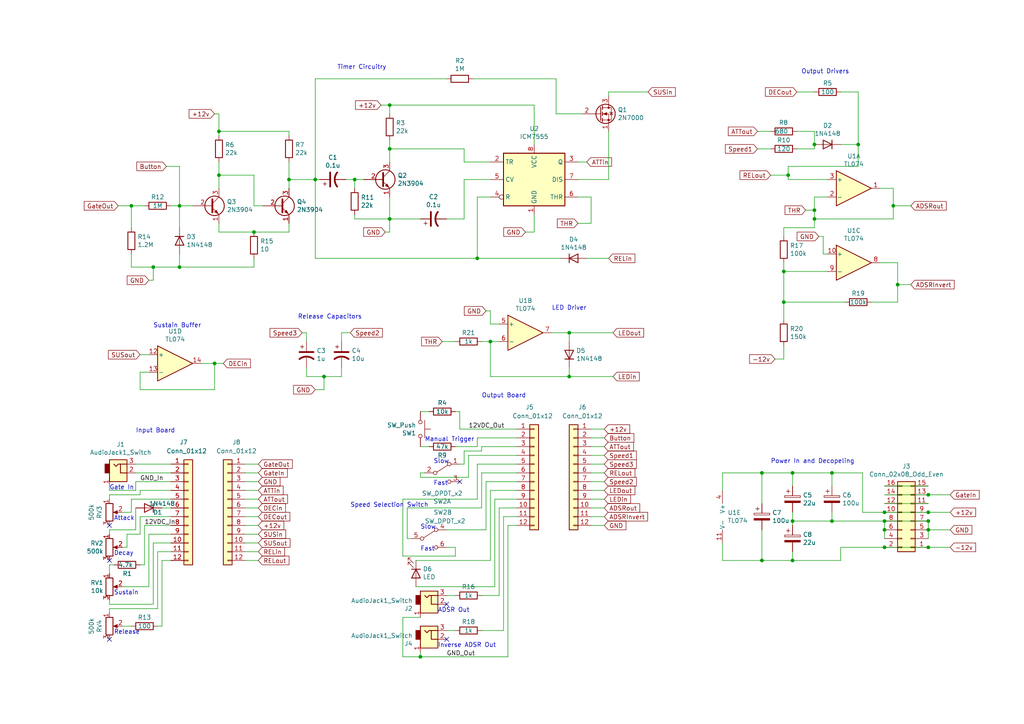
<source format=kicad_sch>
(kicad_sch (version 20250114) (generator "eeschema") (generator_version "9.0")
  (paper "A4")
  (lib_symbols
    (symbol "ADSR_Envelope-rescue:AudioJack1_Switch-Custom_Lib"
      (property "Reference" "J" (at 0 8.89 0))
      (property "Value" "AudioJack1_Switch-Custom_Lib" (at 0 6.35 0))
      (symbol "AudioJack1_Switch-Custom_Lib_1_1"
        (pin passive line (at -2.54 -3.81 90) (length 2.54) (name "~") (number "1"))
        (pin passive line (at 5.08 2.54 180) (length 2.54) (name "~") (number "3"))
        (pin passive line (at 5.08 0 180) (length 2.54) (name "~") (number "2"))
      )
    )
    (symbol "ADSR_Envelope-rescue:ICM7555-Timer"
      (property "Reference" "U" (at -10.16 8.89 0))
      (property "Value" "ICM7555-Timer" (at 2.54 8.89 0))
      (symbol "ICM7555-Timer_0_0"
        (pin power_in line (at 0 10.16 270) (length 2.54) (name "VCC") (number "8"))
        (pin power_in line (at 0 -10.16 90) (length 2.54) (name "GND") (number "1"))
      )
      (symbol "ICM7555-Timer_1_1"
        (pin input line (at -12.7 5.08 0) (length 3.81) (name "TR") (number "2"))
        (pin input line (at -12.7 0 0) (length 3.81) (name "CV") (number "5"))
        (pin input inverted (at -12.7 -5.08 0) (length 3.81) (name "R") (number "4"))
        (pin output line (at 12.7 5.08 180) (length 3.81) (name "Q") (number "3"))
        (pin input line (at 12.7 0 180) (length 3.81) (name "DIS") (number "7"))
        (pin input line (at 12.7 -5.08 180) (length 3.81) (name "THR") (number "6"))
      )
    )
    (symbol "Amplifier_Operational:TL074" (pin_names (offset 0.127))
      (property "Reference" "U" (at 0 5.08 0))
      (property "Value" "TL074" (at 0 -5.08 0))
      (symbol "TL074_1_1"
        (pin input line (at -7.62 2.54 0) (length 2.54) (name "+") (number "3"))
        (pin input line (at -7.62 -2.54 0) (length 2.54) (name "-") (number "2"))
        (pin output line (at 7.62 0 180) (length 2.54) (name "~") (number "1"))
      )
      (symbol "TL074_2_1"
        (pin input line (at -7.62 2.54 0) (length 2.54) (name "+") (number "5"))
        (pin input line (at -7.62 -2.54 0) (length 2.54) (name "-") (number "6"))
        (pin output line (at 7.62 0 180) (length 2.54) (name "~") (number "7"))
      )
      (symbol "TL074_3_1"
        (pin input line (at -7.62 2.54 0) (length 2.54) (name "+") (number "10"))
        (pin input line (at -7.62 -2.54 0) (length 2.54) (name "-") (number "9"))
        (pin output line (at 7.62 0 180) (length 2.54) (name "~") (number "8"))
      )
      (symbol "TL074_4_1"
        (pin input line (at -7.62 2.54 0) (length 2.54) (name "+") (number "12"))
        (pin input line (at -7.62 -2.54 0) (length 2.54) (name "-") (number "13"))
        (pin output line (at 7.62 0 180) (length 2.54) (name "~") (number "14"))
      )
      (symbol "TL074_5_1"
        (pin power_in line (at -2.54 7.62 270) (length 3.81) (name "V+") (number "4"))
        (pin power_in line (at -2.54 -7.62 90) (length 3.81) (name "V-") (number "11"))
      )
    )
    (symbol "Connector_Generic:Conn_01x12" (pin_names (offset 1.016) (hide yes))
      (property "Reference" "J" (at 0 15.24 0))
      (property "Value" "Conn_01x12" (at 0 -17.78 0))
      (symbol "Conn_01x12_1_1"
        (pin passive line (at -5.08 12.7 0) (length 3.81) (name "Pin_1") (number "1"))
        (pin passive line (at -5.08 10.16 0) (length 3.81) (name "Pin_2") (number "2"))
        (pin passive line (at -5.08 7.62 0) (length 3.81) (name "Pin_3") (number "3"))
        (pin passive line (at -5.08 5.08 0) (length 3.81) (name "Pin_4") (number "4"))
        (pin passive line (at -5.08 2.54 0) (length 3.81) (name "Pin_5") (number "5"))
        (pin passive line (at -5.08 0 0) (length 3.81) (name "Pin_6") (number "6"))
        (pin passive line (at -5.08 -2.54 0) (length 3.81) (name "Pin_7") (number "7"))
        (pin passive line (at -5.08 -5.08 0) (length 3.81) (name "Pin_8") (number "8"))
        (pin passive line (at -5.08 -7.62 0) (length 3.81) (name "Pin_9") (number "9"))
        (pin passive line (at -5.08 -10.16 0) (length 3.81) (name "Pin_10") (number "10"))
        (pin passive line (at -5.08 -12.7 0) (length 3.81) (name "Pin_11") (number "11"))
        (pin passive line (at -5.08 -15.24 0) (length 3.81) (name "Pin_12") (number "12"))
      )
    )
    (symbol "Connector_Generic:Conn_02x08_Odd_Even" (pin_names (offset 1.016) (hide yes))
      (property "Reference" "J" (at 1.27 10.16 0))
      (property "Value" "Conn_02x08_Odd_Even" (at 1.27 -12.7 0))
      (symbol "Conn_02x08_Odd_Even_1_1"
        (pin passive line (at -5.08 7.62 0) (length 3.81) (name "Pin_1") (number "1"))
        (pin passive line (at -5.08 5.08 0) (length 3.81) (name "Pin_3") (number "3"))
        (pin passive line (at -5.08 2.54 0) (length 3.81) (name "Pin_5") (number "5"))
        (pin passive line (at -5.08 0 0) (length 3.81) (name "Pin_7") (number "7"))
        (pin passive line (at -5.08 -2.54 0) (length 3.81) (name "Pin_9") (number "9"))
        (pin passive line (at -5.08 -5.08 0) (length 3.81) (name "Pin_11") (number "11"))
        (pin passive line (at -5.08 -7.62 0) (length 3.81) (name "Pin_13") (number "13"))
        (pin passive line (at -5.08 -10.16 0) (length 3.81) (name "Pin_15") (number "15"))
        (pin passive line (at 7.62 7.62 180) (length 3.81) (name "Pin_2") (number "2"))
        (pin passive line (at 7.62 5.08 180) (length 3.81) (name "Pin_4") (number "4"))
        (pin passive line (at 7.62 2.54 180) (length 3.81) (name "Pin_6") (number "6"))
        (pin passive line (at 7.62 0 180) (length 3.81) (name "Pin_8") (number "8"))
        (pin passive line (at 7.62 -2.54 180) (length 3.81) (name "Pin_10") (number "10"))
        (pin passive line (at 7.62 -5.08 180) (length 3.81) (name "Pin_12") (number "12"))
        (pin passive line (at 7.62 -7.62 180) (length 3.81) (name "Pin_14") (number "14"))
        (pin passive line (at 7.62 -10.16 180) (length 3.81) (name "Pin_16") (number "16"))
      )
    )
    (symbol "Device:CP" (pin_numbers (hide yes)) (pin_names (offset 0.254))
      (property "Reference" "C" (at 0.635 2.54 0))
      (property "Value" "Device_CP" (at 0.635 -2.54 0))
      (symbol "CP_1_1"
        (pin passive line (at 0 3.81 270) (length 2.794) (name "~") (number "1"))
        (pin passive line (at 0 -3.81 90) (length 2.794) (name "~") (number "2"))
      )
    )
    (symbol "Device:CP1" (pin_numbers (hide yes)) (pin_names (offset 0.254) (hide yes))
      (property "Reference" "C" (at 0.635 2.54 0))
      (property "Value" "Device_CP1" (at 0.635 -2.54 0))
      (symbol "CP1_1_1"
        (pin passive line (at 0 3.81 270) (length 2.794) (name "~") (number "1"))
        (pin passive line (at 0 -3.81 90) (length 3.302) (name "~") (number "2"))
      )
    )
    (symbol "Device:LED" (pin_numbers (hide yes)) (pin_names (offset 1.016) (hide yes))
      (property "Reference" "D" (at 0 2.54 0))
      (property "Value" "LED" (at 0 -2.54 0))
      (symbol "LED_1_1"
        (pin passive line (at -3.81 0 0) (length 2.54) (name "K") (number "1"))
        (pin passive line (at 3.81 0 180) (length 2.54) (name "A") (number "2"))
      )
    )
    (symbol "Device:R" (pin_numbers (hide yes)) (pin_names (offset 0))
      (property "Reference" "R" (at 2.032 0 90))
      (property "Value" "R" (at 0 0 90))
      (symbol "R_1_1"
        (pin passive line (at 0 3.81 270) (length 1.27) (name "~") (number "1"))
        (pin passive line (at 0 -3.81 90) (length 1.27) (name "~") (number "2"))
      )
    )
    (symbol "Device:R_POT" (pin_names (offset 1.016) (hide yes))
      (property "Reference" "RV" (at -4.445 0 90))
      (property "Value" "Device_R_POT" (at -2.54 0 90))
      (symbol "R_POT_1_1"
        (pin passive line (at 0 3.81 270) (length 1.27) (name "1") (number "1"))
        (pin passive line (at 0 -3.81 90) (length 1.27) (name "3") (number "3"))
        (pin passive line (at 3.81 0 180) (length 1.27) (name "2") (number "2"))
      )
    )
    (symbol "Diode:1N4148" (pin_numbers (hide yes)) (pin_names (offset 1.016) (hide yes))
      (property "Reference" "D" (at 0 2.54 0))
      (property "Value" "1N4148" (at 0 -2.54 0))
      (symbol "1N4148_1_1"
        (pin passive line (at -3.81 0 0) (length 2.54) (name "K") (number "1"))
        (pin passive line (at 3.81 0 180) (length 2.54) (name "A") (number "2"))
      )
    )
    (symbol "Switch:SW_DPDT_x2" (pin_names (offset 0) (hide yes))
      (property "Reference" "SW" (at 0 4.318 0))
      (property "Value" "SW_DPDT_x2" (at 0 -5.08 0))
      (symbol "SW_DPDT_x2_1_1"
        (pin passive line (at -5.08 0 0) (length 2.54) (name "B") (number "2"))
        (pin passive line (at 5.08 2.54 180) (length 2.54) (name "A") (number "1"))
        (pin passive line (at 5.08 -2.54 180) (length 2.54) (name "C") (number "3"))
      )
      (symbol "SW_DPDT_x2_2_1"
        (pin passive line (at -5.08 0 0) (length 2.54) (name "B") (number "5"))
        (pin passive line (at 5.08 2.54 180) (length 2.54) (name "A") (number "4"))
        (pin passive line (at 5.08 -2.54 180) (length 2.54) (name "C") (number "6"))
      )
    )
    (symbol "Switch:SW_Push" (pin_numbers (hide yes)) (pin_names (offset 1.016) (hide yes))
      (property "Reference" "SW" (at 1.27 2.54 0))
      (property "Value" "SW_Push" (at 0 -1.524 0))
      (symbol "SW_Push_0_1"
        (pin passive line (at -5.08 0 0) (length 2.54) (name "1") (number "1"))
        (pin passive line (at 5.08 0 180) (length 2.54) (name "2") (number "2"))
      )
    )
    (symbol "Transistor_BJT:2N3904" (pin_names (offset 0) (hide yes))
      (property "Reference" "Q" (at 5.08 1.905 0))
      (property "Value" "2N3904" (at 5.08 0 0))
      (symbol "2N3904_1_1"
        (pin passive line (at -5.08 0 0) (length 5.715) (name "B") (number "2"))
        (pin passive line (at 2.54 5.08 270) (length 2.54) (name "C") (number "3"))
        (pin passive line (at 2.54 -5.08 90) (length 2.54) (name "E") (number "1"))
      )
    )
    (symbol "Transistor_FET:2N7000" (pin_names (hide yes))
      (property "Reference" "Q" (at 5.08 1.905 0))
      (property "Value" "2N7000" (at 5.08 0 0))
      (symbol "2N7000_1_1"
        (pin input line (at -5.08 0 0) (length 2.54) (name "G") (number "2"))
        (pin passive line (at 2.54 5.08 270) (length 2.54) (name "D") (number "3"))
        (pin passive line (at 2.54 -5.08 90) (length 2.54) (name "S") (number "1"))
      )
    )
  )
  (text "ADSR Out" (at 127 177.8 0) (effects (font (size 1.27 1.27)) (justify left bottom)))
  (text "Slow" (at 125.73 134.62 0) (effects (font (size 1.27 1.27)) (justify left bottom)))
  (text "Manual Trigger" (at 123.19 128.27 0) (effects (font (size 1.27 1.27)) (justify left bottom)))
  (text "Gate In" (at 31.75 142.24 0) (effects (font (size 1.27 1.27)) (justify left bottom)))
  (text "Sustain Buffer\n" (at 44.45 95.25 0) (effects (font (size 1.27 1.27)) (justify left bottom)))
  (text "Attack" (at 33.02 151.13 0) (effects (font (size 1.27 1.27)) (justify left bottom)))
  (text "Speed Selection Switch" (at 101.6 147.32 0) (effects (font (size 1.27 1.27)) (justify left bottom)))
  (text "Decay" (at 33.02 161.29 0) (effects (font (size 1.27 1.27)) (justify left bottom)))
  (text "Timer Circuitry" (at 97.79 20.32 0) (effects (font (size 1.27 1.27)) (justify left bottom)))
  (text "LED Driver" (at 160.02 90.17 0) (effects (font (size 1.27 1.27)) (justify left bottom)))
  (text "Fast" (at 125.73 140.97 0) (effects (font (size 1.27 1.27)) (justify left bottom)))
  (text "Output Drivers\n" (at 232.41 21.59 0) (effects (font (size 1.27 1.27)) (justify left bottom)))
  (text "Inverse ADSR Out" (at 127 187.96 0) (effects (font (size 1.27 1.27)) (justify left bottom)))
  (text "Output Board\n" (at 139.7 115.57 0) (effects (font (size 1.27 1.27)) (justify left bottom)))
  (text "Input Board" (at 39.37 125.73 0) (effects (font (size 1.27 1.27)) (justify left bottom)))
  (text "Release Capacitors" (at 86.36 92.71 0) (effects (font (size 1.27 1.27)) (justify left bottom)))
  (text "Fast" (at 121.92 160.02 0) (effects (font (size 1.27 1.27)) (justify left bottom)))
  (text "Sustain\n" (at 33.02 172.72 0) (effects (font (size 1.27 1.27)) (justify left bottom)))
  (text "Release" (at 33.02 184.15 0) (effects (font (size 1.27 1.27)) (justify left bottom)))
  (text "Slow" (at 121.92 153.67 0) (effects (font (size 1.27 1.27)) (justify left bottom)))
  (text "Power In and Decopeling\n" (at 223.52 134.62 0) (effects (font (size 1.27 1.27)) (justify left bottom)))
  (junction (at 269.24 143.51))
  (junction (at 93.98 109.22))
  (junction (at 269.24 153.67))
  (junction (at 38.1 59.69))
  (junction (at 113.03 43.18))
  (junction (at 241.3 151.13))
  (junction (at 91.44 52.07))
  (junction (at 44.45 77.47))
  (junction (at 165.1 96.52))
  (junction (at 52.07 77.47))
  (junction (at 248.92 41.91))
  (junction (at 229.87 162.56))
  (junction (at 228.6 50.8))
  (junction (at 229.87 151.13))
  (junction (at 62.23 105.41))
  (junction (at 63.5 50.8))
  (junction (at 83.82 52.07))
  (junction (at 142.24 99.06))
  (junction (at 102.87 52.07))
  (junction (at 269.24 148.59))
  (junction (at 269.24 158.75))
  (junction (at 113.03 30.48))
  (junction (at 260.35 82.55))
  (junction (at 227.33 87.63))
  (junction (at 52.07 59.69))
  (junction (at 269.24 151.13))
  (junction (at 256.54 153.67))
  (junction (at 256.54 148.59))
  (junction (at 259.08 59.69))
  (junction (at 220.98 162.56))
  (junction (at 236.22 60.96))
  (junction (at 236.22 63.5))
  (junction (at 220.98 137.16))
  (junction (at 63.5 38.1))
  (junction (at 241.3 137.16))
  (junction (at 256.54 151.13))
  (junction (at 227.33 78.74))
  (junction (at 121.92 190.5))
  (junction (at 165.1 109.22))
  (junction (at 138.43 74.93))
  (junction (at 256.54 158.75))
  (junction (at 73.66 67.31))
  (junction (at 236.22 41.91))
  (junction (at 113.03 63.5))
  (junction (at 229.87 137.16))
  (no_connect (at 129.54 185.42))
  (no_connect (at 31.75 162.56))
  (no_connect (at 129.54 175.26))
  (no_connect (at 133.35 139.7))
  (no_connect (at 31.75 185.42))
  (no_connect (at 31.75 152.4))
  (wire (pts (xy 175.26 134.62) (xy 171.45 134.62)))
  (wire (pts (xy 93.98 113.03) (xy 93.98 109.22)))
  (wire (pts (xy 134.62 130.81) (xy 134.62 134.62)))
  (wire (pts (xy 91.44 52.07) (xy 83.82 52.07)))
  (wire (pts (xy 260.35 87.63) (xy 252.73 87.63)))
  (wire (pts (xy 227.33 92.71) (xy 227.33 87.63)))
  (wire (pts (xy 256.54 151.13) (xy 269.24 151.13)))
  (wire (pts (xy 175.26 144.78) (xy 171.45 144.78)))
  (wire (pts (xy 62.23 105.41) (xy 64.77 105.41)))
  (wire (pts (xy 62.23 105.41) (xy 58.42 105.41)))
  (wire (pts (xy 209.55 137.16) (xy 220.98 137.16)))
  (wire (pts (xy 236.22 66.04) (xy 236.22 63.5)))
  (wire (pts (xy 31.75 143.51) (xy 31.75 144.78)))
  (wire (pts (xy 264.16 82.55) (xy 260.35 82.55)))
  (wire (pts (xy 133.35 124.46) (xy 149.86 124.46)))
  (wire (pts (xy 121.92 137.16) (xy 123.19 137.16)))
  (wire (pts (xy 139.7 99.06) (xy 142.24 99.06)))
  (wire (pts (xy 144.78 147.32) (xy 144.78 172.72)))
  (wire (pts (xy 236.22 41.91) (xy 236.22 43.18)))
  (wire (pts (xy 49.53 162.56) (xy 46.99 162.56)))
  (wire (pts (xy 238.76 68.58) (xy 238.76 73.66)))
  (wire (pts (xy 43.18 107.95) (xy 40.64 107.95)))
  (wire (pts (xy 40.64 102.87) (xy 43.18 102.87)))
  (wire (pts (xy 223.52 50.8) (xy 228.6 50.8)))
  (wire (pts (xy 154.94 62.23) (xy 154.94 67.31)))
  (wire (pts (xy 142.24 57.15) (xy 138.43 57.15)))
  (wire (pts (xy 132.08 119.38) (xy 133.35 119.38)))
  (wire (pts (xy 74.93 154.94) (xy 71.12 154.94)))
  (wire (pts (xy 236.22 26.67) (xy 231.14 26.67)))
  (wire (pts (xy 63.5 39.37) (xy 63.5 38.1)))
  (wire (pts (xy 102.87 52.07) (xy 100.33 52.07)))
  (wire (pts (xy 243.84 41.91) (xy 248.92 41.91)))
  (wire (pts (xy 220.98 153.67) (xy 220.98 162.56)))
  (wire (pts (xy 241.3 137.16) (xy 250.19 137.16)))
  (wire (pts (xy 88.9 96.52) (xy 88.9 99.06)))
  (wire (pts (xy 154.94 67.31) (xy 152.4 67.31)))
  (wire (pts (xy 132.08 129.54) (xy 138.43 129.54)))
  (wire (pts (xy 83.82 67.31) (xy 83.82 64.77)))
  (wire (pts (xy 243.84 26.67) (xy 248.92 26.67)))
  (wire (pts (xy 46.99 147.32) (xy 49.53 147.32)))
  (wire (pts (xy 139.7 172.72) (xy 144.78 172.72)))
  (wire (pts (xy 36.83 154.94) (xy 36.83 158.75)))
  (wire (pts (xy 165.1 96.52) (xy 165.1 99.06)))
  (wire (pts (xy 113.03 30.48) (xy 110.49 30.48)))
  (wire (pts (xy 231.14 38.1) (xy 236.22 38.1)))
  (wire (pts (xy 167.64 52.07) (xy 176.53 52.07)))
  (wire (pts (xy 142.24 142.24) (xy 149.86 142.24)))
  (wire (pts (xy 227.33 87.63) (xy 245.11 87.63)))
  (wire (pts (xy 92.71 52.07) (xy 91.44 52.07)))
  (wire (pts (xy 139.7 137.16) (xy 139.7 147.32)))
  (wire (pts (xy 142.24 99.06) (xy 142.24 109.22)))
  (wire (pts (xy 255.27 76.2) (xy 260.35 76.2)))
  (wire (pts (xy 31.75 153.67) (xy 31.75 154.94)))
  (wire (pts (xy 99.06 96.52) (xy 99.06 99.06)))
  (wire (pts (xy 33.02 163.83) (xy 31.75 163.83)))
  (wire (pts (xy 170.18 46.99) (xy 167.64 46.99)))
  (wire (pts (xy 175.26 147.32) (xy 171.45 147.32)))
  (wire (pts (xy 236.22 43.18) (xy 231.14 43.18)))
  (wire (pts (xy 229.87 151.13) (xy 241.3 151.13)))
  (wire (pts (xy 121.92 190.5) (xy 121.92 189.23)))
  (wire (pts (xy 250.19 148.59) (xy 256.54 148.59)))
  (wire (pts (xy 175.26 152.4) (xy 171.45 152.4)))
  (wire (pts (xy 237.49 68.58) (xy 238.76 68.58)))
  (wire (pts (xy 63.5 64.77) (xy 63.5 67.31)))
  (wire (pts (xy 38.1 144.78) (xy 38.1 148.59)))
  (wire (pts (xy 31.75 163.83) (xy 31.75 166.37)))
  (wire (pts (xy 63.5 38.1) (xy 63.5 33.02)))
  (wire (pts (xy 83.82 46.99) (xy 83.82 52.07)))
  (wire (pts (xy 101.6 96.52) (xy 99.06 96.52)))
  (wire (pts (xy 175.26 132.08) (xy 171.45 132.08)))
  (wire (pts (xy 236.22 60.96) (xy 236.22 63.5)))
  (wire (pts (xy 74.93 142.24) (xy 71.12 142.24)))
  (wire (pts (xy 227.33 104.14) (xy 227.33 100.33)))
  (wire (pts (xy 243.84 162.56) (xy 229.87 162.56)))
  (wire (pts (xy 138.43 134.62) (xy 138.43 144.78)))
  (wire (pts (xy 46.99 181.61) (xy 45.72 181.61)))
  (wire (pts (xy 74.93 147.32) (xy 71.12 147.32)))
  (wire (pts (xy 269.24 151.13) (xy 269.24 153.67)))
  (wire (pts (xy 49.53 142.24) (xy 40.64 142.24)))
  (wire (pts (xy 39.37 142.24) (xy 31.75 142.24)))
  (wire (pts (xy 38.1 59.69) (xy 41.91 59.69)))
  (wire (pts (xy 88.9 109.22) (xy 93.98 109.22)))
  (wire (pts (xy 63.5 33.02) (xy 62.23 33.02)))
  (wire (pts (xy 49.53 139.7) (xy 39.37 139.7)))
  (wire (pts (xy 102.87 62.23) (xy 102.87 63.5)))
  (wire (pts (xy 269.24 153.67) (xy 269.24 156.21)))
  (wire (pts (xy 147.32 190.5) (xy 121.92 190.5)))
  (wire (pts (xy 147.32 152.4) (xy 147.32 190.5)))
  (wire (pts (xy 161.29 22.86) (xy 137.16 22.86)))
  (wire (pts (xy 160.02 96.52) (xy 165.1 96.52)))
  (wire (pts (xy 256.54 146.05) (xy 269.24 146.05)))
  (wire (pts (xy 259.08 63.5) (xy 259.08 59.69)))
  (wire (pts (xy 269.24 143.51) (xy 256.54 143.51)))
  (wire (pts (xy 146.05 149.86) (xy 146.05 182.88)))
  (wire (pts (xy 142.24 46.99) (xy 134.62 46.99)))
  (wire (pts (xy 143.51 170.18) (xy 120.65 170.18)))
  (wire (pts (xy 275.59 148.59) (xy 269.24 148.59)))
  (wire (pts (xy 40.64 107.95) (xy 40.64 113.03)))
  (wire (pts (xy 48.26 48.26) (xy 52.07 48.26)))
  (wire (pts (xy 224.79 104.14) (xy 227.33 104.14)))
  (wire (pts (xy 91.44 52.07) (xy 91.44 74.93)))
  (wire (pts (xy 236.22 57.15) (xy 236.22 60.96)))
  (wire (pts (xy 113.03 67.31) (xy 111.76 67.31)))
  (wire (pts (xy 168.91 33.02) (xy 161.29 33.02)))
  (wire (pts (xy 132.08 158.75) (xy 129.54 158.75)))
  (wire (pts (xy 236.22 38.1) (xy 236.22 41.91)))
  (wire (pts (xy 121.92 179.07) (xy 116.84 179.07)))
  (wire (pts (xy 49.53 134.62) (xy 39.37 134.62)))
  (wire (pts (xy 140.97 139.7) (xy 140.97 153.67)))
  (wire (pts (xy 138.43 144.78) (xy 116.84 144.78)))
  (wire (pts (xy 49.53 137.16) (xy 39.37 137.16)))
  (wire (pts (xy 87.63 96.52) (xy 88.9 96.52)))
  (wire (pts (xy 227.33 87.63) (xy 227.33 78.74)))
  (wire (pts (xy 35.56 181.61) (xy 38.1 181.61)))
  (wire (pts (xy 132.08 161.29) (xy 132.08 158.75)))
  (wire (pts (xy 149.86 139.7) (xy 140.97 139.7)))
  (wire (pts (xy 227.33 76.2) (xy 227.33 78.74)))
  (wire (pts (xy 49.53 157.48) (xy 44.45 157.48)))
  (wire (pts (xy 175.26 127) (xy 171.45 127)))
  (wire (pts (xy 88.9 106.68) (xy 88.9 109.22)))
  (wire (pts (xy 256.54 148.59) (xy 269.24 148.59)))
  (wire (pts (xy 149.86 137.16) (xy 139.7 137.16)))
  (wire (pts (xy 240.03 57.15) (xy 236.22 57.15)))
  (wire (pts (xy 45.72 160.02) (xy 49.53 160.02)))
  (wire (pts (xy 129.54 22.86) (xy 91.44 22.86)))
  (wire (pts (xy 113.03 63.5) (xy 121.92 63.5)))
  (wire (pts (xy 142.24 90.17) (xy 140.97 90.17)))
  (wire (pts (xy 134.62 134.62) (xy 133.35 134.62)))
  (wire (pts (xy 38.1 66.04) (xy 38.1 59.69)))
  (wire (pts (xy 175.26 149.86) (xy 171.45 149.86)))
  (wire (pts (xy 40.64 143.51) (xy 31.75 143.51)))
  (wire (pts (xy 113.03 43.18) (xy 113.03 46.99)))
  (wire (pts (xy 41.91 163.83) (xy 40.64 163.83)))
  (wire (pts (xy 73.66 50.8) (xy 73.66 59.69)))
  (wire (pts (xy 74.93 134.62) (xy 71.12 134.62)))
  (wire (pts (xy 63.5 50.8) (xy 63.5 54.61)))
  (wire (pts (xy 143.51 144.78) (xy 149.86 144.78)))
  (wire (pts (xy 177.8 109.22) (xy 165.1 109.22)))
  (wire (pts (xy 220.98 146.05) (xy 220.98 137.16)))
  (wire (pts (xy 248.92 26.67) (xy 248.92 41.91)))
  (wire (pts (xy 142.24 109.22) (xy 165.1 109.22)))
  (wire (pts (xy 269.24 158.75) (xy 256.54 158.75)))
  (wire (pts (xy 49.53 59.69) (xy 52.07 59.69)))
  (wire (pts (xy 275.59 153.67) (xy 269.24 153.67)))
  (wire (pts (xy 256.54 140.97) (xy 269.24 140.97)))
  (wire (pts (xy 175.26 124.46) (xy 171.45 124.46)))
  (wire (pts (xy 40.64 154.94) (xy 36.83 154.94)))
  (wire (pts (xy 229.87 148.59) (xy 229.87 151.13)))
  (wire (pts (xy 73.66 77.47) (xy 52.07 77.47)))
  (wire (pts (xy 171.45 64.77) (xy 167.64 64.77)))
  (wire (pts (xy 40.64 113.03) (xy 62.23 113.03)))
  (wire (pts (xy 31.75 142.24) (xy 31.75 140.97)))
  (wire (pts (xy 49.53 144.78) (xy 38.1 144.78)))
  (wire (pts (xy 138.43 57.15) (xy 138.43 74.93)))
  (wire (pts (xy 133.35 119.38) (xy 133.35 124.46)))
  (wire (pts (xy 113.03 40.64) (xy 113.03 43.18)))
  (wire (pts (xy 256.54 156.21) (xy 256.54 153.67)))
  (wire (pts (xy 175.26 139.7) (xy 171.45 139.7)))
  (wire (pts (xy 238.76 73.66) (xy 240.03 73.66)))
  (wire (pts (xy 275.59 143.51) (xy 269.24 143.51)))
  (wire (pts (xy 149.86 147.32) (xy 144.78 147.32)))
  (wire (pts (xy 118.11 147.32) (xy 139.7 147.32)))
  (wire (pts (xy 121.92 138.43) (xy 135.89 138.43)))
  (wire (pts (xy 236.22 60.96) (xy 233.68 60.96)))
  (wire (pts (xy 63.5 46.99) (xy 63.5 50.8)))
  (wire (pts (xy 118.11 147.32) (xy 118.11 156.21)))
  (wire (pts (xy 142.24 99.06) (xy 144.78 99.06)))
  (wire (pts (xy 138.43 129.54) (xy 138.43 127)))
  (wire (pts (xy 63.5 50.8) (xy 73.66 50.8)))
  (wire (pts (xy 73.66 67.31) (xy 83.82 67.31)))
  (wire (pts (xy 83.82 52.07) (xy 83.82 54.61)))
  (wire (pts (xy 146.05 149.86) (xy 149.86 149.86)))
  (wire (pts (xy 74.93 162.56) (xy 71.12 162.56)))
  (wire (pts (xy 176.53 27.94) (xy 176.53 26.67)))
  (wire (pts (xy 143.51 144.78) (xy 143.51 170.18)))
  (wire (pts (xy 40.64 142.24) (xy 40.64 143.51)))
  (wire (pts (xy 134.62 52.07) (xy 142.24 52.07)))
  (wire (pts (xy 228.6 50.8) (xy 228.6 52.07)))
  (wire (pts (xy 38.1 148.59) (xy 35.56 148.59)))
  (wire (pts (xy 71.12 149.86) (xy 74.93 149.86)))
  (wire (pts (xy 176.53 38.1) (xy 176.53 52.07)))
  (wire (pts (xy 113.03 63.5) (xy 113.03 57.15)))
  (wire (pts (xy 134.62 63.5) (xy 134.62 52.07)))
  (wire (pts (xy 62.23 113.03) (xy 62.23 105.41)))
  (wire (pts (xy 134.62 46.99) (xy 134.62 43.18)))
  (wire (pts (xy 99.06 109.22) (xy 99.06 106.68)))
  (wire (pts (xy 229.87 137.16) (xy 229.87 140.97)))
  (wire (pts (xy 248.92 48.26) (xy 228.6 48.26)))
  (wire (pts (xy 44.45 157.48) (xy 44.45 175.26)))
  (wire (pts (xy 44.45 77.47) (xy 38.1 77.47)))
  (wire (pts (xy 175.26 137.16) (xy 171.45 137.16)))
  (wire (pts (xy 39.37 147.32) (xy 39.37 153.67)))
  (wire (pts (xy 71.12 144.78) (xy 74.93 144.78)))
  (wire (pts (xy 260.35 82.55) (xy 260.35 87.63)))
  (wire (pts (xy 228.6 52.07) (xy 240.03 52.07)))
  (wire (pts (xy 31.75 176.53) (xy 45.72 176.53)))
  (wire (pts (xy 52.07 59.69) (xy 55.88 59.69)))
  (wire (pts (xy 165.1 109.22) (xy 165.1 106.68)))
  (wire (pts (xy 91.44 113.03) (xy 93.98 113.03)))
  (wire (pts (xy 129.54 63.5) (xy 134.62 63.5)))
  (wire (pts (xy 121.92 119.38) (xy 124.46 119.38)))
  (wire (pts (xy 52.07 77.47) (xy 44.45 77.47)))
  (wire (pts (xy 120.65 162.56) (xy 142.24 162.56)))
  (wire (pts (xy 138.43 127) (xy 149.86 127)))
  (wire (pts (xy 227.33 78.74) (xy 240.03 78.74)))
  (wire (pts (xy 132.08 172.72) (xy 129.54 172.72)))
  (wire (pts (xy 149.86 152.4) (xy 147.32 152.4)))
  (wire (pts (xy 260.35 76.2) (xy 260.35 82.55)))
  (wire (pts (xy 149.86 132.08) (xy 135.89 132.08)))
  (wire (pts (xy 154.94 30.48) (xy 154.94 41.91)))
  (wire (pts (xy 52.07 73.66) (xy 52.07 77.47)))
  (wire (pts (xy 220.98 137.16) (xy 229.87 137.16)))
  (wire (pts (xy 116.84 190.5) (xy 121.92 190.5)))
  (wire (pts (xy 165.1 96.52) (xy 177.8 96.52)))
  (wire (pts (xy 259.08 54.61) (xy 255.27 54.61)))
  (wire (pts (xy 223.52 43.18) (xy 219.71 43.18)))
  (wire (pts (xy 113.03 63.5) (xy 113.03 67.31)))
  (wire (pts (xy 35.56 170.18) (xy 43.18 170.18)))
  (wire (pts (xy 41.91 152.4) (xy 41.91 163.83)))
  (wire (pts (xy 52.07 48.26) (xy 52.07 59.69)))
  (wire (pts (xy 49.53 152.4) (xy 41.91 152.4)))
  (wire (pts (xy 139.7 182.88) (xy 146.05 182.88)))
  (wire (pts (xy 161.29 33.02) (xy 161.29 22.86)))
  (wire (pts (xy 132.08 182.88) (xy 129.54 182.88)))
  (wire (pts (xy 229.87 151.13) (xy 229.87 152.4)))
  (wire (pts (xy 142.24 93.98) (xy 142.24 90.17)))
  (wire (pts (xy 91.44 22.86) (xy 91.44 52.07)))
  (wire (pts (xy 74.93 137.16) (xy 71.12 137.16)))
  (wire (pts (xy 49.53 149.86) (xy 40.64 149.86)))
  (wire (pts (xy 39.37 139.7) (xy 39.37 142.24)))
  (wire (pts (xy 162.56 74.93) (xy 138.43 74.93)))
  (wire (pts (xy 46.99 162.56) (xy 46.99 181.61)))
  (wire (pts (xy 39.37 153.67) (xy 31.75 153.67)))
  (wire (pts (xy 124.46 129.54) (xy 121.92 129.54)))
  (wire (pts (xy 241.3 140.97) (xy 241.3 137.16)))
  (wire (pts (xy 229.87 162.56) (xy 229.87 160.02)))
  (wire (pts (xy 40.64 149.86) (xy 40.64 154.94)))
  (wire (pts (xy 118.11 156.21) (xy 119.38 156.21)))
  (wire (pts (xy 105.41 52.07) (xy 102.87 52.07)))
  (wire (pts (xy 229.87 162.56) (xy 220.98 162.56)))
  (wire (pts (xy 113.03 30.48) (xy 154.94 30.48)))
  (wire (pts (xy 134.62 43.18) (xy 113.03 43.18)))
  (wire (pts (xy 259.08 59.69) (xy 259.08 54.61)))
  (wire (pts (xy 250.19 137.16) (xy 250.19 148.59)))
  (wire (pts (xy 171.45 57.15) (xy 171.45 64.77)))
  (wire (pts (xy 241.3 148.59) (xy 241.3 151.13)))
  (wire (pts (xy 49.53 154.94) (xy 43.18 154.94)))
  (wire (pts (xy 167.64 57.15) (xy 171.45 57.15)))
  (wire (pts (xy 129.54 153.67) (xy 140.97 153.67)))
  (wire (pts (xy 243.84 158.75) (xy 243.84 162.56)))
  (wire (pts (xy 128.27 99.06) (xy 132.08 99.06)))
  (wire (pts (xy 116.84 161.29) (xy 132.08 161.29)))
  (wire (pts (xy 139.7 130.81) (xy 134.62 130.81)))
  (wire (pts (xy 228.6 48.26) (xy 228.6 50.8)))
  (wire (pts (xy 229.87 137.16) (xy 241.3 137.16)))
  (wire (pts (xy 175.26 129.54) (xy 171.45 129.54)))
  (wire (pts (xy 43.18 154.94) (xy 43.18 170.18)))
  (wire (pts (xy 102.87 54.61) (xy 102.87 52.07)))
  (wire (pts (xy 31.75 177.8) (xy 31.75 176.53)))
  (wire (pts (xy 34.29 59.69) (xy 38.1 59.69)))
  (wire (pts (xy 219.71 38.1) (xy 223.52 38.1)))
  (wire (pts (xy 256.54 153.67) (xy 256.54 151.13)))
  (wire (pts (xy 256.54 158.75) (xy 243.84 158.75)))
  (wire (pts (xy 135.89 132.08) (xy 135.89 138.43)))
  (wire (pts (xy 236.22 63.5) (xy 259.08 63.5)))
  (wire (pts (xy 36.83 158.75) (xy 35.56 158.75)))
  (wire (pts (xy 227.33 68.58) (xy 227.33 66.04)))
  (wire (pts (xy 116.84 179.07) (xy 116.84 190.5)))
  (wire (pts (xy 44.45 81.28) (xy 43.18 81.28)))
  (wire (pts (xy 73.66 74.93) (xy 73.66 77.47)))
  (wire (pts (xy 74.93 160.02) (xy 71.12 160.02)))
  (wire (pts (xy 209.55 142.24) (xy 209.55 137.16)))
  (wire (pts (xy 63.5 38.1) (xy 83.82 38.1)))
  (wire (pts (xy 144.78 93.98) (xy 142.24 93.98)))
  (wire (pts (xy 142.24 142.24) (xy 142.24 162.56)))
  (wire (pts (xy 74.93 139.7) (xy 71.12 139.7)))
  (wire (pts (xy 31.75 173.99) (xy 31.75 175.26)))
  (wire (pts (xy 73.66 59.69) (xy 76.2 59.69)))
  (wire (pts (xy 149.86 134.62) (xy 138.43 134.62)))
  (wire (pts (xy 209.55 162.56) (xy 209.55 157.48)))
  (wire (pts (xy 149.86 129.54) (xy 139.7 129.54)))
  (wire (pts (xy 139.7 129.54) (xy 139.7 130.81)))
  (wire (pts (xy 74.93 152.4) (xy 71.12 152.4)))
  (wire (pts (xy 31.75 175.26) (xy 44.45 175.26)))
  (wire (pts (xy 241.3 151.13) (xy 256.54 151.13)))
  (wire (pts (xy 93.98 109.22) (xy 99.06 109.22)))
  (wire (pts (xy 264.16 59.69) (xy 259.08 59.69)))
  (wire (pts (xy 38.1 73.66) (xy 38.1 77.47)))
  (wire (pts (xy 248.92 41.91) (xy 248.92 48.26)))
  (wire (pts (xy 74.93 157.48) (xy 71.12 157.48)))
  (wire (pts (xy 175.26 142.24) (xy 171.45 142.24)))
  (wire (pts (xy 275.59 158.75) (xy 269.24 158.75)))
  (wire (pts (xy 176.53 74.93) (xy 170.18 74.93)))
  (wire (pts (xy 176.53 26.67) (xy 187.96 26.67)))
  (wire (pts (xy 121.92 137.16) (xy 121.92 138.43)))
  (wire (pts (xy 45.72 176.53) (xy 45.72 160.02)))
  (wire (pts (xy 113.03 33.02) (xy 113.03 30.48)))
  (wire (pts (xy 83.82 38.1) (xy 83.82 39.37)))
  (wire (pts (xy 220.98 162.56) (xy 209.55 162.56)))
  (wire (pts (xy 91.44 74.93) (xy 138.43 74.93)))
  (wire (pts (xy 116.84 144.78) (xy 116.84 161.29)))
  (wire (pts (xy 44.45 77.47) (xy 44.45 81.28)))
  (wire (pts (xy 102.87 63.5) (xy 113.03 63.5)))
  (wire (pts (xy 52.07 66.04) (xy 52.07 59.69)))
  (wire (pts (xy 63.5 67.31) (xy 73.66 67.31)))
  (wire (pts (xy 227.33 66.04) (xy 236.22 66.04)))
  (label "GND_In" (at 40.64 139.7 0))
  (label "12VDC_Out" (at 135.89 124.46 0))
  (label "GND_Out" (at 129.54 190.5 0))
  (label "12VDC_In" (at 41.91 152.4 0))
  (global_label "GateIn" (shape input) (at 275.59 143.51 0) (property "Intersheetrefs" "${INTERSHEET_REFS}" (effects (hide yes))))
  (global_label "SUSout" (shape input) (at 40.64 102.87 180) (property "Intersheetrefs" "${INTERSHEET_REFS}" (effects (hide yes))))
  (global_label "Button" (shape input) (at 175.26 127 0) (property "Intersheetrefs" "${INTERSHEET_REFS}" (effects (hide yes))))
  (global_label "+12v" (shape input) (at 74.93 152.4 0) (property "Intersheetrefs" "${INTERSHEET_REFS}" (effects (hide yes))))
  (global_label "ATTin" (shape input) (at 74.93 142.24 0) (property "Intersheetrefs" "${INTERSHEET_REFS}" (effects (hide yes))))
  (global_label "GND" (shape input) (at 275.59 153.67 0) (property "Intersheetrefs" "${INTERSHEET_REFS}" (effects (hide yes))))
  (global_label "DECout" (shape input) (at 74.93 149.86 0) (property "Intersheetrefs" "${INTERSHEET_REFS}" (effects (hide yes))))
  (global_label "ATTout" (shape input) (at 219.71 38.1 180) (property "Intersheetrefs" "${INTERSHEET_REFS}" (effects (hide yes))))
  (global_label "GND" (shape input) (at 237.49 68.58 180) (property "Intersheetrefs" "${INTERSHEET_REFS}" (effects (hide yes))))
  (global_label "THR" (shape input) (at 128.27 99.06 180) (property "Intersheetrefs" "${INTERSHEET_REFS}" (effects (hide yes))))
  (global_label "-12v" (shape input) (at 224.79 104.14 180) (property "Intersheetrefs" "${INTERSHEET_REFS}" (effects (hide yes))))
  (global_label "+12v" (shape input) (at 62.23 33.02 180) (property "Intersheetrefs" "${INTERSHEET_REFS}" (effects (hide yes))))
  (global_label "+12v" (shape input) (at 110.49 30.48 180) (property "Intersheetrefs" "${INTERSHEET_REFS}" (effects (hide yes))))
  (global_label "ADSRInvert" (shape input) (at 264.16 82.55 0) (property "Intersheetrefs" "${INTERSHEET_REFS}" (effects (hide yes))))
  (global_label "+12v" (shape input) (at 275.59 148.59 0) (property "Intersheetrefs" "${INTERSHEET_REFS}" (effects (hide yes))))
  (global_label "GND" (shape input) (at 152.4 67.31 180) (property "Intersheetrefs" "${INTERSHEET_REFS}" (effects (hide yes))))
  (global_label "RELout" (shape input) (at 74.93 162.56 0) (property "Intersheetrefs" "${INTERSHEET_REFS}" (effects (hide yes))))
  (global_label "GND" (shape input) (at 74.93 139.7 0) (property "Intersheetrefs" "${INTERSHEET_REFS}" (effects (hide yes))))
  (global_label "LEDin" (shape input) (at 177.8 109.22 0) (property "Intersheetrefs" "${INTERSHEET_REFS}" (effects (hide yes))))
  (global_label "RELin" (shape input) (at 176.53 74.93 0) (property "Intersheetrefs" "${INTERSHEET_REFS}" (effects (hide yes))))
  (global_label "LEDin" (shape input) (at 175.26 144.78 0) (property "Intersheetrefs" "${INTERSHEET_REFS}" (effects (hide yes))))
  (global_label "GND" (shape input) (at 175.26 152.4 0) (property "Intersheetrefs" "${INTERSHEET_REFS}" (effects (hide yes))))
  (global_label "GND" (shape input) (at 91.44 113.03 180) (property "Intersheetrefs" "${INTERSHEET_REFS}" (effects (hide yes))))
  (global_label "Speed2" (shape input) (at 175.26 139.7 0) (property "Intersheetrefs" "${INTERSHEET_REFS}" (effects (hide yes))))
  (global_label "THR" (shape input) (at 233.68 60.96 180) (property "Intersheetrefs" "${INTERSHEET_REFS}" (effects (hide yes))))
  (global_label "DECout" (shape input) (at 231.14 26.67 180) (property "Intersheetrefs" "${INTERSHEET_REFS}" (effects (hide yes))))
  (global_label "ADSRInvert" (shape input) (at 175.26 149.86 0) (property "Intersheetrefs" "${INTERSHEET_REFS}" (effects (hide yes))))
  (global_label "Speed3" (shape input) (at 87.63 96.52 180) (property "Intersheetrefs" "${INTERSHEET_REFS}" (effects (hide yes))))
  (global_label "LEDout" (shape input) (at 175.26 142.24 0) (property "Intersheetrefs" "${INTERSHEET_REFS}" (effects (hide yes))))
  (global_label "-12v" (shape input) (at 275.59 158.75 0) (property "Intersheetrefs" "${INTERSHEET_REFS}" (effects (hide yes))))
  (global_label "ATTin" (shape input) (at 170.18 46.99 0) (property "Intersheetrefs" "${INTERSHEET_REFS}" (effects (hide yes))))
  (global_label "LEDout" (shape input) (at 177.8 96.52 0) (property "Intersheetrefs" "${INTERSHEET_REFS}" (effects (hide yes))))
  (global_label "RELout" (shape input) (at 175.26 137.16 0) (property "Intersheetrefs" "${INTERSHEET_REFS}" (effects (hide yes))))
  (global_label "GND" (shape input) (at 140.97 90.17 180) (property "Intersheetrefs" "${INTERSHEET_REFS}" (effects (hide yes))))
  (global_label "GateIn" (shape input) (at 74.93 137.16 0) (property "Intersheetrefs" "${INTERSHEET_REFS}" (effects (hide yes))))
  (global_label "GateOut" (shape input) (at 74.93 134.62 0) (property "Intersheetrefs" "${INTERSHEET_REFS}" (effects (hide yes))))
  (global_label "RELin" (shape input) (at 74.93 160.02 0) (property "Intersheetrefs" "${INTERSHEET_REFS}" (effects (hide yes))))
  (global_label "DECin" (shape input) (at 74.93 147.32 0) (property "Intersheetrefs" "${INTERSHEET_REFS}" (effects (hide yes))))
  (global_label "GND" (shape input) (at 43.18 81.28 180) (property "Intersheetrefs" "${INTERSHEET_REFS}" (effects (hide yes))))
  (global_label "GND" (shape input) (at 111.76 67.31 180) (property "Intersheetrefs" "${INTERSHEET_REFS}" (effects (hide yes))))
  (global_label "Speed3" (shape input) (at 175.26 134.62 0) (property "Intersheetrefs" "${INTERSHEET_REFS}" (effects (hide yes))))
  (global_label "ATTout" (shape input) (at 74.93 144.78 0) (property "Intersheetrefs" "${INTERSHEET_REFS}" (effects (hide yes))))
  (global_label "DECin" (shape input) (at 64.77 105.41 0) (property "Intersheetrefs" "${INTERSHEET_REFS}" (effects (hide yes))))
  (global_label "SUSin" (shape input) (at 74.93 154.94 0) (property "Intersheetrefs" "${INTERSHEET_REFS}" (effects (hide yes))))
  (global_label "SUSout" (shape input) (at 74.93 157.48 0) (property "Intersheetrefs" "${INTERSHEET_REFS}" (effects (hide yes))))
  (global_label "ATTout" (shape input) (at 175.26 129.54 0) (property "Intersheetrefs" "${INTERSHEET_REFS}" (effects (hide yes))))
  (global_label "ADSRout" (shape input) (at 264.16 59.69 0) (property "Intersheetrefs" "${INTERSHEET_REFS}" (effects (hide yes))))
  (global_label "Speed1" (shape input) (at 219.71 43.18 180) (property "Intersheetrefs" "${INTERSHEET_REFS}" (effects (hide yes))))
  (global_label "+12v" (shape input) (at 175.26 124.46 0) (property "Intersheetrefs" "${INTERSHEET_REFS}" (effects (hide yes))))
  (global_label "GateOut" (shape input) (at 34.29 59.69 180) (property "Intersheetrefs" "${INTERSHEET_REFS}" (effects (hide yes))))
  (global_label "RELout" (shape input) (at 223.52 50.8 180) (property "Intersheetrefs" "${INTERSHEET_REFS}" (effects (hide yes))))
  (global_label "ADSRout" (shape input) (at 175.26 147.32 0) (property "Intersheetrefs" "${INTERSHEET_REFS}" (effects (hide yes))))
  (global_label "Speed1" (shape input) (at 175.26 132.08 0) (property "Intersheetrefs" "${INTERSHEET_REFS}" (effects (hide yes))))
  (global_label "THR" (shape input) (at 167.64 64.77 180) (property "Intersheetrefs" "${INTERSHEET_REFS}" (effects (hide yes))))
  (global_label "Speed2" (shape input) (at 101.6 96.52 0) (property "Intersheetrefs" "${INTERSHEET_REFS}" (effects (hide yes))))
  (global_label "Button" (shape input) (at 48.26 48.26 180) (property "Intersheetrefs" "${INTERSHEET_REFS}" (effects (hide yes))))
  (global_label "SUSin" (shape input) (at 187.96 26.67 0) (property "Intersheetrefs" "${INTERSHEET_REFS}" (effects (hide yes))))
  (symbol (lib_id "Transistor_BJT:2N3904") (at 60.96 59.69 0) (unit 1)
    (property "Reference" "Q3" (at 65.786 58.5216 0) (effects (justify left)))
    (property "Value" "2N3904" (at 65.786 60.833 0) (effects (justify left)))
    (property "Footprint" "TO_SOT_Packages_SMD:SOT-23" (effects (hide yes)))
    (property "Datasheet" "https://www.fairchildsemi.com/datasheets/2N/2N3904.pdf" (effects (hide yes)))
  )
  (symbol (lib_id "Transistor_BJT:2N3904") (at 81.28 59.69 0) (unit 1)
    (property "Reference" "Q4" (at 86.106 58.5216 0) (effects (justify left)))
    (property "Value" "2N3904" (at 86.106 60.833 0) (effects (justify left)))
    (property "Footprint" "TO_SOT_Packages_SMD:SOT-23" (effects (hide yes)))
    (property "Datasheet" "https://www.fairchildsemi.com/datasheets/2N/2N3904.pdf" (effects (hide yes)))
  )
  (symbol (lib_id "ADSR_Envelope-rescue:AudioJack1_Switch-Custom_Lib") (at 34.29 137.16 0) (unit 1)
    (property "Reference" "J1" (at 35.0012 128.905 0))
    (property "Value" "AudioJack1_Switch" (at 35.0012 131.2164 0))
    (property "Footprint" "Custom_Library:Mono_Jack_3.5mm_Switch_Switchcraft_35RAPC2AH3" (effects (hide yes)))
  )
  (symbol (lib_id "Diode:1N4148") (at 52.07 69.85 270) (unit 1)
    (property "Reference" "D3" (at 54.0766 68.6816 90) (effects (justify left)))
    (property "Value" "1N4148" (at 54.0766 70.993 90) (effects (justify left)))
    (property "Footprint" "Diodes_SMD:D_SOD-123" (effects (hide yes)))
    (property "Datasheet" "https://assets.nexperia.com/documents/data-sheet/1N4148_1N4448.pdf" (effects (hide yes)))
  )
  (symbol (lib_id "Device:R") (at 38.1 69.85 0) (unit 1)
    (property "Reference" "R14" (at 39.878 68.6816 0) (effects (justify left)))
    (property "Value" "1.2M" (at 39.878 70.993 0) (effects (justify left)))
    (property "Footprint" "Resistors_SMD:R_1210_HandSoldering" (effects (hide yes)))
  )
  (symbol (lib_id "Device:R") (at 45.72 59.69 270) (unit 1)
    (property "Reference" "R12" (at 45.72 57.15 90))
    (property "Value" "1M" (at 45.72 59.69 90))
    (property "Footprint" "Resistors_SMD:R_1210_HandSoldering" (effects (hide yes)))
  )
  (symbol (lib_id "Device:R") (at 128.27 129.54 270) (unit 1)
    (property "Reference" "R9" (at 128.27 132.08 90))
    (property "Value" "47k" (at 128.27 129.54 90))
    (property "Footprint" "Resistors_SMD:R_1210_HandSoldering" (effects (hide yes)))
  )
  (symbol (lib_id "Device:R") (at 128.27 119.38 270) (unit 1)
    (property "Reference" "R4" (at 128.27 116.84 90))
    (property "Value" "10k" (at 128.27 119.38 90))
    (property "Footprint" "Resistors_SMD:R_1210_HandSoldering" (effects (hide yes)))
  )
  (symbol (lib_id "Switch:SW_Push") (at 121.92 124.46 270) (unit 1)
    (property "Reference" "SW1" (at 120.7008 125.6284 90) (effects (justify right)))
    (property "Value" "SW_Push" (at 120.7008 123.317 90) (effects (justify right)))
    (property "Footprint" "Custom_Library:SW_Tactile_TE_FSMRACDAH" (effects (hide yes)))
  )
  (symbol (lib_id "Device:R") (at 63.5 43.18 0) (unit 1)
    (property "Reference" "R6" (at 65.278 42.0116 0) (effects (justify left)))
    (property "Value" "22k" (at 65.278 44.323 0) (effects (justify left)))
    (property "Footprint" "Resistors_SMD:R_1210_HandSoldering" (effects (hide yes)))
  )
  (symbol (lib_id "Device:R") (at 83.82 43.18 0) (unit 1)
    (property "Reference" "R7" (at 85.598 42.0116 0) (effects (justify left)))
    (property "Value" "22k" (at 85.598 44.323 0) (effects (justify left)))
    (property "Footprint" "Resistors_SMD:R_1210_HandSoldering" (effects (hide yes)))
  )
  (symbol (lib_id "Device:R") (at 73.66 71.12 0) (unit 1)
    (property "Reference" "R15" (at 75.438 69.9516 0) (effects (justify left)))
    (property "Value" "10" (at 75.438 72.263 0) (effects (justify left)))
    (property "Footprint" "Resistors_SMD:R_1210_HandSoldering" (effects (hide yes)))
  )
  (symbol (lib_id "Transistor_BJT:2N3904") (at 110.49 52.07 0) (unit 1)
    (property "Reference" "Q2" (at 115.316 50.9016 0) (effects (justify left)))
    (property "Value" "2N3904" (at 115.316 53.213 0) (effects (justify left)))
    (property "Footprint" "TO_SOT_Packages_SMD:SOT-23" (effects (hide yes)))
    (property "Datasheet" "https://www.fairchildsemi.com/datasheets/2N/2N3904.pdf" (effects (hide yes)))
  )
  (symbol (lib_id "Device:CP1") (at 96.52 52.07 90) (unit 1)
    (property "Reference" "C1" (at 96.52 45.6692 90))
    (property "Value" "0.1u" (at 96.52 47.9806 90))
    (property "Footprint" "Capacitors_SMD:C_1210_HandSoldering" (effects (hide yes)))
  )
  (symbol (lib_id "Device:R") (at 102.87 58.42 0) (unit 1)
    (property "Reference" "R11" (at 104.648 57.2516 0) (effects (justify left)))
    (property "Value" "22k" (at 104.648 59.563 0) (effects (justify left)))
    (property "Footprint" "Resistors_SMD:R_1210_HandSoldering" (effects (hide yes)))
  )
  (symbol (lib_id "Device:R") (at 113.03 36.83 0) (unit 1)
    (property "Reference" "R3" (at 114.808 35.6616 0) (effects (justify left)))
    (property "Value" "22k" (at 114.808 37.973 0) (effects (justify left)))
    (property "Footprint" "Resistors_SMD:R_1210_HandSoldering" (effects (hide yes)))
  )
  (symbol (lib_id "ADSR_Envelope-rescue:ICM7555-Timer") (at 154.94 52.07 0) (unit 1)
    (property "Reference" "U2" (at 154.94 37.3126 0))
    (property "Value" "ICM7555" (at 154.94 39.624 0))
    (property "Footprint" "SMD_Packages:SOIC-8-N" (effects (hide yes)))
    (property "Datasheet" "http://www.intersil.com/content/dam/Intersil/documents/icm7/icm7555-56.pdf" (effects (hide yes)))
  )
  (symbol (lib_id "Device:CP1") (at 125.73 63.5 90) (unit 1)
    (property "Reference" "C2" (at 125.73 57.0992 90))
    (property "Value" "0.1u" (at 125.73 59.4106 90))
    (property "Footprint" "Capacitors_SMD:C_1210_HandSoldering" (effects (hide yes)))
  )
  (symbol (lib_id "Diode:1N4148") (at 166.37 74.93 0) (unit 1)
    (property "Reference" "D4" (at 166.37 69.4436 0))
    (property "Value" "1N4148" (at 166.37 71.755 0))
    (property "Footprint" "Diodes_SMD:D_SOD-123" (effects (hide yes)))
    (property "Datasheet" "https://assets.nexperia.com/documents/data-sheet/1N4148_1N4448.pdf" (effects (hide yes)))
  )
  (symbol (lib_id "Transistor_FET:2N7000") (at 173.99 33.02 0) (unit 1)
    (property "Reference" "Q1" (at 179.1716 31.8516 0) (effects (justify left)))
    (property "Value" "2N7000" (at 179.1716 34.163 0) (effects (justify left)))
    (property "Footprint" "TO_SOT_Packages_SMD:SOT-23" (effects (hide yes)))
    (property "Datasheet" "https://www.fairchildsemi.com/datasheets/2N/2N7000.pdf" (effects (hide yes)))
  )
  (symbol (lib_id "Device:R_POT") (at 31.75 170.18 0) (unit 1)
    (property "Reference" "RV1" (at 29.9974 169.0116 0) (effects (justify right)))
    (property "Value" "10k" (at 29.9974 171.323 0) (effects (justify right)))
    (property "Footprint" "Potentiometers:Potentiometer_Bourns_PTV09A-2_Vertical" (effects (hide yes)))
  )
  (symbol (lib_id "Device:R") (at 36.83 163.83 270) (unit 1)
    (property "Reference" "R1" (at 35.56 166.37 90) (effects (justify left)))
    (property "Value" "4.7k" (at 34.29 163.83 90) (effects (justify left)))
    (property "Footprint" "Resistors_SMD:R_1210_HandSoldering" (effects (hide yes)))
  )
  (symbol (lib_id "Device:R_POT") (at 31.75 148.59 0) (unit 1)
    (property "Reference" "RV3" (at 28.829 148.59 90))
    (property "Value" "500k" (at 26.5176 148.59 90))
    (property "Footprint" "Potentiometers:Potentiometer_Bourns_PTV09A-2_Vertical" (effects (hide yes)))
  )
  (symbol (lib_id "Device:R_POT") (at 31.75 181.61 0) (unit 1)
    (property "Reference" "RV4" (at 28.829 181.61 90))
    (property "Value" "500k" (at 26.5176 181.61 90))
    (property "Footprint" "Potentiometers:Potentiometer_Bourns_PTV09A-2_Vertical" (effects (hide yes)))
  )
  (symbol (lib_id "Device:R_POT") (at 31.75 158.75 0) (unit 1)
    (property "Reference" "RV2" (at 29.9974 157.5816 0) (effects (justify right)))
    (property "Value" "500k" (at 29.9974 159.893 0) (effects (justify right)))
    (property "Footprint" "Potentiometers:Potentiometer_Bourns_PTV09A-2_Vertical" (effects (hide yes)))
  )
  (symbol (lib_id "Amplifier_Operational:TL074") (at 50.8 105.41 0) (unit 4)
    (property "Reference" "U1" (at 50.8 96.0882 0))
    (property "Value" "TL074" (at 50.8 98.3996 0))
    (property "Footprint" "SMD_Packages:SOIC-14_N" (effects (hide yes)))
    (property "Datasheet" "http://www.ti.com/lit/ds/symlink/tl071.pdf" (effects (hide yes)))
  )
  (symbol (lib_id "Diode:1N4148") (at 43.18 147.32 180) (unit 1)
    (property "Reference" "D1" (at 45.72 148.59 0))
    (property "Value" "1N4148" (at 46.99 146.05 0))
    (property "Footprint" "Diodes_SMD:D_SOD-123" (effects (hide yes)))
    (property "Datasheet" "https://assets.nexperia.com/documents/data-sheet/1N4148_1N4448.pdf" (effects (hide yes)))
  )
  (symbol (lib_id "Switch:SW_DPDT_x2") (at 128.27 137.16 0) (unit 1)
    (property "Reference" "SW2" (at 128.27 145.415 0))
    (property "Value" "SW_DPDT_x2" (at 128.27 143.1036 0))
    (property "Footprint" "Custom_Library:200AWMDP1T2A1M6QE" (effects (hide yes)))
  )
  (symbol (lib_id "Switch:SW_DPDT_x2") (at 124.46 156.21 0) (unit 2)
    (property "Reference" "SW2" (at 125.73 148.59 0) (effects (justify left)))
    (property "Value" "SW_DPDT_x2" (at 123.19 151.13 0) (effects (justify left)))
    (property "Footprint" "Custom_Library:200AWMDP1T2A1M6QE" (effects (hide yes)))
  )
  (symbol (lib_id "Amplifier_Operational:TL074") (at 247.65 54.61 0) (unit 1)
    (property "Reference" "U1" (at 247.65 45.2882 0))
    (property "Value" "TL074" (at 247.65 47.5996 0))
    (property "Footprint" "SMD_Packages:SOIC-14_N" (effects (hide yes)))
    (property "Datasheet" "http://www.ti.com/lit/ds/symlink/tl071.pdf" (effects (hide yes)))
  )
  (symbol (lib_id "Amplifier_Operational:TL074") (at 152.4 96.52 0) (unit 2)
    (property "Reference" "U1" (at 152.4 87.1982 0))
    (property "Value" "TL074" (at 152.4 89.5096 0))
    (property "Footprint" "SMD_Packages:SOIC-14_N" (effects (hide yes)))
    (property "Datasheet" "http://www.ti.com/lit/ds/symlink/tl071.pdf" (effects (hide yes)))
  )
  (symbol (lib_id "Amplifier_Operational:TL074") (at 247.65 76.2 0) (unit 3)
    (property "Reference" "U1" (at 247.65 66.8782 0))
    (property "Value" "TL074" (at 247.65 69.1896 0))
    (property "Footprint" "SMD_Packages:SOIC-14_N" (effects (hide yes)))
    (property "Datasheet" "http://www.ti.com/lit/ds/symlink/tl071.pdf" (effects (hide yes)))
  )
  (symbol (lib_id "Amplifier_Operational:TL074") (at 212.09 149.86 0) (unit 5)
    (property "Reference" "U1" (at 211.0232 148.6916 0) (effects (justify left)))
    (property "Value" "TL074" (at 211.0232 151.003 0) (effects (justify left)))
    (property "Footprint" "SMD_Packages:SOIC-14_N" (effects (hide yes)))
    (property "Datasheet" "http://www.ti.com/lit/ds/symlink/tl071.pdf" (effects (hide yes)))
  )
  (symbol (lib_id "Device:R") (at 240.03 26.67 270) (unit 1)
    (property "Reference" "R5" (at 240.03 24.13 90))
    (property "Value" "100" (at 240.03 26.67 90))
    (property "Footprint" "Resistors_SMD:R_1210_HandSoldering" (effects (hide yes)))
  )
  (symbol (lib_id "Device:R") (at 41.91 181.61 270) (unit 1)
    (property "Reference" "R13" (at 41.91 179.07 90))
    (property "Value" "100" (at 41.91 181.61 90))
    (property "Footprint" "Resistors_SMD:R_1210_HandSoldering" (effects (hide yes)))
  )
  (symbol (lib_id "Device:R") (at 227.33 38.1 270) (unit 1)
    (property "Reference" "R8" (at 228.6 35.56 90) (effects (justify right)))
    (property "Value" "680" (at 228.6 38.1 90) (effects (justify right)))
    (property "Footprint" "Resistors_SMD:R_1210_HandSoldering" (effects (hide yes)))
  )
  (symbol (lib_id "Device:R") (at 227.33 43.18 90) (unit 1)
    (property "Reference" "R10" (at 227.33 40.64 90))
    (property "Value" "120" (at 227.33 43.18 90))
    (property "Footprint" "Resistors_SMD:R_1210_HandSoldering" (effects (hide yes)))
  )
  (symbol (lib_id "Diode:1N4148") (at 240.03 41.91 180) (unit 1)
    (property "Reference" "D2" (at 240.03 36.4236 0))
    (property "Value" "1N4148" (at 240.03 38.735 0))
    (property "Footprint" "Diodes_SMD:D_SOD-123" (effects (hide yes)))
    (property "Datasheet" "https://assets.nexperia.com/documents/data-sheet/1N4148_1N4448.pdf" (effects (hide yes)))
  )
  (symbol (lib_id "Device:CP1") (at 88.9 102.87 0) (unit 1)
    (property "Reference" "C3" (at 91.821 101.7016 0) (effects (justify left)))
    (property "Value" "1u" (at 91.821 104.013 0) (effects (justify left)))
    (property "Footprint" "Capacitors_SMD:C_1210_HandSoldering" (effects (hide yes)))
  )
  (symbol (lib_id "Device:CP1") (at 99.06 102.87 0) (unit 1)
    (property "Reference" "C4" (at 101.981 101.7016 0) (effects (justify left)))
    (property "Value" "10u" (at 101.981 104.013 0) (effects (justify left)))
    (property "Footprint" "Capacitors_SMD:C_1210_HandSoldering" (effects (hide yes)))
  )
  (symbol (lib_id "Device:R") (at 227.33 72.39 0) (unit 1)
    (property "Reference" "R17" (at 229.108 71.2216 0) (effects (justify left)))
    (property "Value" "100k" (at 229.108 73.533 0) (effects (justify left)))
    (property "Footprint" "Resistors_SMD:R_1210_HandSoldering" (effects (hide yes)))
  )
  (symbol (lib_id "Device:R") (at 248.92 87.63 270) (unit 1)
    (property "Reference" "R19" (at 248.92 85.09 90))
    (property "Value" "100k" (at 248.92 87.63 90))
    (property "Footprint" "Resistors_SMD:R_1210_HandSoldering" (effects (hide yes)))
  )
  (symbol (lib_id "Device:R") (at 135.89 182.88 270) (unit 1)
    (property "Reference" "R18" (at 135.89 180.34 90))
    (property "Value" "1k" (at 135.89 182.88 90))
    (property "Footprint" "Resistors_SMD:R_1210_HandSoldering" (effects (hide yes)))
  )
  (symbol (lib_id "ADSR_Envelope-rescue:AudioJack1_Switch-Custom_Lib") (at 124.46 175.26 0) (unit 1)
    (property "Reference" "J2" (at 119.6848 176.5046 0) (effects (justify right)))
    (property "Value" "AudioJack1_Switch" (at 119.6848 174.1932 0) (effects (justify right)))
    (property "Footprint" "Custom_Library:Mono_Jack_3.5mm_Switch_Switchcraft_35RAPC2AH3" (effects (hide yes)))
  )
  (symbol (lib_id "Device:R") (at 135.89 172.72 270) (unit 1)
    (property "Reference" "R16" (at 135.89 170.18 90))
    (property "Value" "1k" (at 135.89 172.72 90))
    (property "Footprint" "Resistors_SMD:R_1210_HandSoldering" (effects (hide yes)))
  )
  (symbol (lib_id "ADSR_Envelope-rescue:AudioJack1_Switch-Custom_Lib") (at 124.46 185.42 0) (unit 1)
    (property "Reference" "J4" (at 119.6848 186.6646 0) (effects (justify right)))
    (property "Value" "AudioJack1_Switch" (at 119.6848 184.3532 0) (effects (justify right)))
    (property "Footprint" "Custom_Library:Mono_Jack_3.5mm_Switch_Switchcraft_35RAPC2AH3" (effects (hide yes)))
  )
  (symbol (lib_id "Device:R") (at 227.33 96.52 0) (unit 1)
    (property "Reference" "R20" (at 229.108 95.3516 0) (effects (justify left)))
    (property "Value" "150k" (at 229.108 97.663 0) (effects (justify left)))
    (property "Footprint" "Resistors_SMD:R_1210_HandSoldering" (effects (hide yes)))
  )
  (symbol (lib_id "Diode:1N4148") (at 165.1 102.87 90) (unit 1)
    (property "Reference" "D5" (at 167.1066 101.7016 90) (effects (justify right)))
    (property "Value" "1N4148" (at 167.1066 104.013 90) (effects (justify right)))
    (property "Footprint" "Diodes_SMD:D_SOD-123" (effects (hide yes)))
    (property "Datasheet" "https://assets.nexperia.com/documents/data-sheet/1N4148_1N4448.pdf" (effects (hide yes)))
  )
  (symbol (lib_id "Device:R") (at 135.89 99.06 270) (unit 1)
    (property "Reference" "R21" (at 135.89 96.52 90))
    (property "Value" "1k" (at 135.89 99.06 90))
    (property "Footprint" "Resistors_SMD:R_1210_HandSoldering" (effects (hide yes)))
  )
  (symbol (lib_id "Device:LED") (at 120.65 166.37 270) (unit 1)
    (property "Reference" "D6" (at 122.6312 165.0238 90) (effects (justify left)))
    (property "Value" "LED" (at 122.6312 167.3352 90) (effects (justify left)))
    (property "Footprint" "LEDs:LED_Rectangular_W3.9mm_H1.9mm" (effects (hide yes)))
  )
  (symbol (lib_id "Device:CP") (at 229.87 144.78 0) (unit 1)
    (property "Reference" "C5" (at 232.8672 143.6116 0) (effects (justify left)))
    (property "Value" "22u" (at 232.8672 145.923 0) (effects (justify left)))
    (property "Footprint" "Capacitors_SMD:C_1210_HandSoldering" (effects (hide yes)))
  )
  (symbol (lib_id "Device:CP") (at 229.87 156.21 0) (unit 1)
    (property "Reference" "C8" (at 232.8672 155.0416 0) (effects (justify left)))
    (property "Value" "22u" (at 232.8672 157.353 0) (effects (justify left)))
    (property "Footprint" "Capacitors_SMD:C_1210_HandSoldering" (effects (hide yes)))
  )
  (symbol (lib_id "Device:CP") (at 241.3 144.78 0) (unit 1)
    (property "Reference" "C6" (at 244.2972 143.6116 0) (effects (justify left)))
    (property "Value" "100u" (at 244.2972 145.923 0) (effects (justify left)))
    (property "Footprint" "Capacitors_SMD:C_1210_HandSoldering" (effects (hide yes)))
  )
  (symbol (lib_id "Device:CP") (at 220.98 149.86 0) (unit 1)
    (property "Reference" "C7" (at 223.9772 148.6916 0) (effects (justify left)))
    (property "Value" "100u" (at 223.9772 151.003 0) (effects (justify left)))
    (property "Footprint" "Capacitors_SMD:C_1210_HandSoldering" (effects (hide yes)))
  )
  (symbol (lib_id "Connector_Generic:Conn_02x08_Odd_Even") (at 264.16 151.13 180) (unit 1)
    (property "Reference" "J3" (at 262.89 135.255 0))
    (property "Value" "Conn_02x08_Odd_Even" (at 262.89 137.5664 0))
    (property "Footprint" "Pin_Headers:Pin_Header_Straight_2x08_Pitch2.54mm" (effects (hide yes)))
  )
  (symbol (lib_id "Device:R") (at 133.35 22.86 270) (unit 1)
    (property "Reference" "R2" (at 133.35 17.6022 90))
    (property "Value" "1M" (at 133.35 19.9136 90))
    (property "Footprint" "Resistors_SMD:R_1210_HandSoldering" (effects (hide yes)))
  )
  (symbol (lib_id "Connector_Generic:Conn_01x12") (at 54.61 147.32 0) (unit 1)
    (property "Reference" "J7" (at 52.07 128.27 0) (effects (justify left)))
    (property "Value" "Conn_01x12" (at 48.26 130.81 0) (effects (justify left)))
    (property "Footprint" "Pin_Headers:Pin_Header_Straight_1x12_Pitch2.54mm" (effects (hide yes)))
  )
  (symbol (lib_id "Connector_Generic:Conn_01x12") (at 66.04 147.32 0) (mirror y) (unit 1)
    (property "Reference" "J8" (at 68.58 128.27 0))
    (property "Value" "Conn_01x12" (at 68.58 130.81 0))
    (property "Footprint" "Pin_Headers:Pin_Header_Straight_1x12_Pitch2.54mm" (effects (hide yes)))
  )
  (symbol (lib_id "Connector_Generic:Conn_01x12") (at 154.94 137.16 0) (unit 1)
    (property "Reference" "J5" (at 152.4 118.11 0) (effects (justify left)))
    (property "Value" "Conn_01x12" (at 148.59 120.65 0) (effects (justify left)))
    (property "Footprint" "Pin_Headers:Pin_Header_Straight_1x12_Pitch2.54mm" (effects (hide yes)))
  )
  (symbol (lib_id "Connector_Generic:Conn_01x12") (at 166.37 137.16 0) (mirror y) (unit 1)
    (property "Reference" "J6" (at 168.91 118.11 0))
    (property "Value" "Conn_01x12" (at 168.91 120.65 0))
    (property "Footprint" "Pin_Headers:Pin_Header_Straight_1x12_Pitch2.54mm" (effects (hide yes)))
  )
)
</source>
